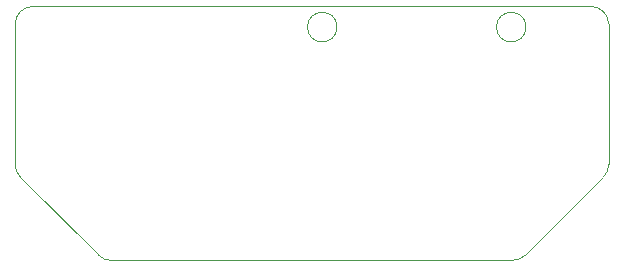
<source format=gbr>
%TF.GenerationSoftware,KiCad,Pcbnew,9.0.6-9.0.6~ubuntu25.04.1*%
%TF.CreationDate,2025-12-27T12:18:54+10:00*%
%TF.ProjectId,Stormbreaker,53746f72-6d62-4726-9561-6b65722e6b69,rev?*%
%TF.SameCoordinates,Original*%
%TF.FileFunction,Profile,NP*%
%FSLAX46Y46*%
G04 Gerber Fmt 4.6, Leading zero omitted, Abs format (unit mm)*
G04 Created by KiCad (PCBNEW 9.0.6-9.0.6~ubuntu25.04.1) date 2025-12-27 12:18:54*
%MOMM*%
%LPD*%
G01*
G04 APERTURE LIST*
%TA.AperFunction,Profile*%
%ADD10C,0.050000*%
%TD*%
G04 APERTURE END LIST*
D10*
X122121320Y-62500000D02*
X156128680Y-62500000D01*
X114439340Y-55439340D02*
G75*
G02*
X114000014Y-54378680I1060660J1060640D01*
G01*
X164250000Y-54378680D02*
G75*
G02*
X163810649Y-55439329I-1499900J-20D01*
G01*
X162750000Y-41000000D02*
X115500000Y-41000000D01*
X114000000Y-42500000D02*
X114000000Y-54378680D01*
X162750000Y-41000000D02*
G75*
G02*
X164250000Y-42500000I0J-1500000D01*
G01*
X157189340Y-62060660D02*
G75*
G02*
X156128680Y-62500027I-1060740J1060760D01*
G01*
X114439340Y-55439340D02*
X121060660Y-62060660D01*
X141250000Y-42750000D02*
G75*
G02*
X138750000Y-42750000I-1250000J0D01*
G01*
X138750000Y-42750000D02*
G75*
G02*
X141250000Y-42750000I1250000J0D01*
G01*
X157250000Y-42750000D02*
G75*
G02*
X154750000Y-42750000I-1250000J0D01*
G01*
X154750000Y-42750000D02*
G75*
G02*
X157250000Y-42750000I1250000J0D01*
G01*
X164250000Y-54378680D02*
X164250000Y-42500000D01*
X122121320Y-62500000D02*
G75*
G02*
X121060650Y-62060670I-20J1500000D01*
G01*
X114000000Y-42500000D02*
G75*
G02*
X115500000Y-41000000I1500000J0D01*
G01*
X157189340Y-62060660D02*
X163810660Y-55439340D01*
M02*

</source>
